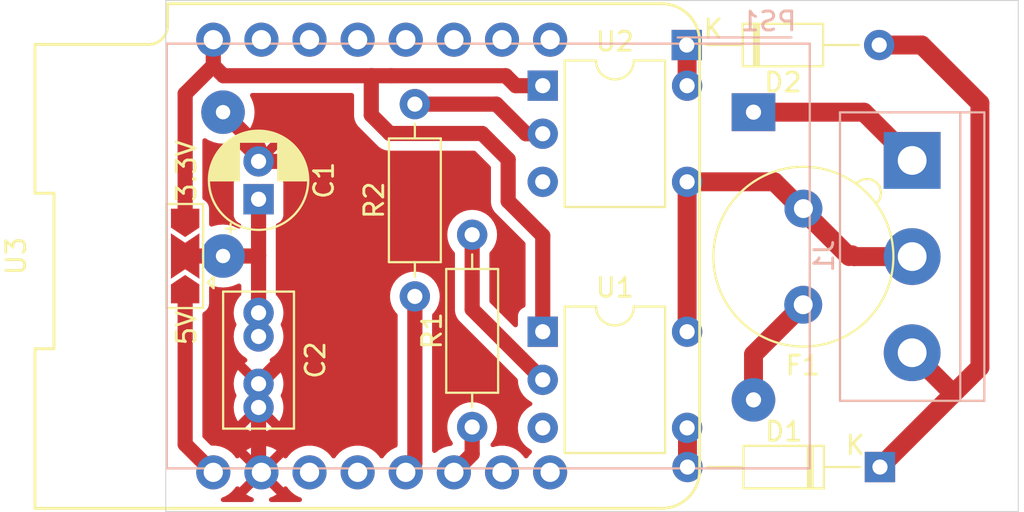
<source format=kicad_pcb>
(kicad_pcb (version 20240108) (generator "pcbnew") (generator_version "8.0")
  (title_block (date "2024-02-27"))
  (layers (0 "F.Cu" signal) (31 "B.Cu" signal) (34 "B.Paste" user) (35 "F.Paste" user) (36 "B.SilkS" user "B.Silkscreen") (37 "F.SilkS" user "F.Silkscreen") (38 "B.Mask" user) (39 "F.Mask" user) (44 "Edge.Cuts" user))
  (net 0 "")
  (net 1 "/Pilot")
  (net 2 "/Live")
  (net 3 "/Neutral")
  (net 4 "GND")
  (net 5 "+3V3")
  (net 6 "Net-(R1-Pad1)")
  (net 7 "Net-(R2-Pad1)")
  (net 8 "/O1")
  (net 9 "Net-(U1-Pad3)")
  (net 10 "Net-(U2-Pad3)")
  (net 11 "/O2")
  (net 12 "Net-(U3-Pad7)")
  (net 13 "Net-(U3-Pad6)")
  (net 14 "Net-(U3-Pad11)")
  (net 15 "Net-(U3-Pad5)")
  (net 16 "Net-(U3-Pad12)")
  (net 17 "Net-(U3-Pad4)")
  (net 18 "Net-(U3-Pad2)")
  (net 19 "Net-(U3-Pad15)")
  (net 20 "Net-(U3-Pad1)")
  (net 21 "Net-(U3-Pad16)")
  (net 22 "Net-(D1-Pad2)")
  (net 23 "Net-(D2-Pad1)")
  (net 24 "+5V")
  (net 25 "Net-(C1-Pad1)")
  (net 26 "/FLive")
  (net 27 "Net-(U3-Pad3)")
  (footprint "Resistor_THT:R_Axial_DIN0207_L6.3mm_D2.5mm_P10.16mm_Horizontal" (layer "F.Cu") (at 84.75 33.975 -90)
    (property "Reference" "R2" (at 5.075 2.15 90) (layer "F.SilkS"))
    (property "Value" "237")
    (fp_line (start 1.81 1.37) (end 8.35 1.37) (stroke (width 0.12)) (layer "F.SilkS"))
    (fp_line (start 8.35 1.37) (end 8.35 -1.37) (stroke (width 0.12)) (layer "F.SilkS"))
    (fp_line (start 1.04 0) (end 1.81 0) (stroke (width 0.12)) (layer "F.SilkS"))
    (fp_line (start 9.12 0) (end 8.35 0) (stroke (width 0.12)) (layer "F.SilkS"))
    (fp_line (start 1.81 -1.37) (end 1.81 1.37) (stroke (width 0.12)) (layer "F.SilkS"))
    (fp_line (start 8.35 -1.37) (end 1.81 -1.37) (stroke (width 0.12)) (layer "F.SilkS"))
    (pad "1" thru_hole circle (at 0 0 270) (size 1.6 1.6) (drill 0.8) (layers "*.Cu" "*.Mask") (net 7 "Net-(R2-Pad1)"))
    (pad "2" thru_hole oval (at 10.16 0 270) (size 1.6 1.6) (drill 0.8) (layers "*.Cu" "*.Mask") (net 8 "/O1"))
  )
  (footprint "Package_DIP:DIP-5-6_W7.62mm" (layer "F.Cu") (at 91.5 46)
    (property "Reference" "U1" (at 3.81 -2.33 0) (layer "F.SilkS"))
    (property "Value" "MOC3083M")
    (fp_line (start 1.16 -1.33) (end 1.16 6.41) (stroke (width 0.12)) (layer "F.SilkS"))
    (fp_line (start 1.16 6.41) (end 6.46 6.41) (stroke (width 0.12)) (layer "F.SilkS"))
    (fp_line (start 2.81 -1.33) (end 1.16 -1.33) (stroke (width 0.12)) (layer "F.SilkS"))
    (fp_line (start 6.46 -1.33) (end 4.81 -1.33) (stroke (width 0.12)) (layer "F.SilkS"))
    (fp_line (start 6.46 6.41) (end 6.46 -1.33) (stroke (width 0.12)) (layer "F.SilkS"))
    (fp_arc (start 4.81 -1.33) (mid 3.81 -0.33) (end 2.81 -1.33) (stroke (width 0.12)) (layer "F.SilkS"))
    (pad "1" thru_hole rect (at 0 0) (size 1.6 1.6) (drill 0.8) (layers "*.Cu" "*.Mask") (net 5 "+3V3"))
    (pad "2" thru_hole oval (at 0 2.54) (size 1.6 1.6) (drill 0.8) (layers "*.Cu" "*.Mask") (net 6 "Net-(R1-Pad1)"))
    (pad "3" thru_hole oval (at 0 5.08) (size 1.6 1.6) (drill 0.8) (layers "*.Cu" "*.Mask") (net 9 "Net-(U1-Pad3)"))
    (pad "4" thru_hole oval (at 7.62 5.08) (size 1.6 1.6) (drill 0.8) (layers "*.Cu" "*.Mask") (net 22 "Net-(D1-Pad2)"))
    (pad "6" thru_hole oval (at 7.62 0) (size 1.6 1.6) (drill 0.8) (layers "*.Cu" "*.Mask") (net 2 "/Live"))
  )
  (footprint "Package_DIP:DIP-5-6_W7.62mm" (layer "F.Cu") (at 91.5 33)
    (property "Reference" "U2" (at 3.81 -2.33 0) (layer "F.SilkS"))
    (property "Value" "MOC3083M")
    (fp_line (start 1.16 -1.33) (end 1.16 6.41) (stroke (width 0.12)) (layer "F.SilkS"))
    (fp_line (start 1.16 6.41) (end 6.46 6.41) (stroke (width 0.12)) (layer "F.SilkS"))
    (fp_line (start 2.81 -1.33) (end 1.16 -1.33) (stroke (width 0.12)) (layer "F.SilkS"))
    (fp_line (start 6.46 -1.33) (end 4.81 -1.33) (stroke (width 0.12)) (layer "F.SilkS"))
    (fp_line (start 6.46 6.41) (end 6.46 -1.33) (stroke (width 0.12)) (layer "F.SilkS"))
    (fp_arc (start 4.81 -1.33) (mid 3.81 -0.33) (end 2.81 -1.33) (stroke (width 0.12)) (layer "F.SilkS"))
    (pad "1" thru_hole rect (at 0 0) (size 1.6 1.6) (drill 0.8) (layers "*.Cu" "*.Mask") (net 5 "+3V3"))
    (pad "2" thru_hole oval (at 0 2.54) (size 1.6 1.6) (drill 0.8) (layers "*.Cu" "*.Mask") (net 7 "Net-(R2-Pad1)"))
    (pad "3" thru_hole oval (at 0 5.08) (size 1.6 1.6) (drill 0.8) (layers "*.Cu" "*.Mask") (net 10 "Net-(U2-Pad3)"))
    (pad "4" thru_hole oval (at 7.62 5.08) (size 1.6 1.6) (drill 0.8) (layers "*.Cu" "*.Mask") (net 2 "/Live"))
    (pad "6" thru_hole oval (at 7.62 0) (size 1.6 1.6) (drill 0.8) (layers "*.Cu" "*.Mask") (net 23 "Net-(D2-Pad1)"))
  )
  (footprint "Diode_THT:D_DO-35_SOD27_P10.16mm_Horizontal" (layer "F.Cu") (at 99.1 30.852)
    (property "Reference" "D2" (at 5.08 1.973 0) (layer "F.SilkS"))
    (property "Value" "D_Small")
    (fp_line (start 1.04 0) (end 2.96 0) (stroke (width 0.12)) (layer "F.SilkS"))
    (fp_line (start 2.96 -1.12) (end 2.96 1.12) (stroke (width 0.12)) (layer "F.SilkS"))
    (fp_line (start 2.96 1.12) (end 7.2 1.12) (stroke (width 0.12)) (layer "F.SilkS"))
    (fp_line (start 3.56 -1.12) (end 3.56 1.12) (stroke (width 0.12)) (layer "F.SilkS"))
    (fp_line (start 3.68 -1.12) (end 3.68 1.12) (stroke (width 0.12)) (layer "F.SilkS"))
    (fp_line (start 3.8 -1.12) (end 3.8 1.12) (stroke (width 0.12)) (layer "F.SilkS"))
    (fp_line (start 7.2 -1.12) (end 2.96 -1.12) (stroke (width 0.12)) (layer "F.SilkS"))
    (fp_line (start 7.2 1.12) (end 7.2 -1.12) (stroke (width 0.12)) (layer "F.SilkS"))
    (fp_line (start 9.12 0) (end 7.2 0) (stroke (width 0.12)) (layer "F.SilkS"))
    (fp_text user "K" (at 1.4 -0.852 0) (layer "F.SilkS"))
    (pad "1" thru_hole rect (at 0 0) (size 1.6 1.6) (drill 0.8) (layers "*.Cu" "*.Mask") (net 23 "Net-(D2-Pad1)"))
    (pad "2" thru_hole oval (at 10.16 0) (size 1.6 1.6) (drill 0.8) (layers "*.Cu" "*.Mask") (net 1 "/Pilot"))
  )
  (footprint "wemos-d1-mini:wemos-d1-mini-with-pin-header-and-connector" (layer "F.Cu") (at 83 42)
    (property "Reference" "U3" (at -19.3 0 90) (layer "F.SilkS"))
    (property "Value" "WeMos_D1_mini")
    (fp_line (start -18.3 -11.18) (end -18.3 -3.32) (stroke (width 0.15)) (layer "F.SilkS"))
    (fp_line (start -18.3 -11.18) (end -12.3 -11.18) (stroke (width 0.15)) (layer "F.SilkS"))
    (fp_line (start -18.3 -3.32) (end -17.3 -3.32) (stroke (width 0.15)) (layer "F.SilkS"))
    (fp_line (start -18.3 4.9) (end -18.3 13.329999) (stroke (width 0.15)) (layer "F.SilkS"))
    (fp_line (start -18.3 13.33) (end 14.78 13.33) (stroke (width 0.15)) (layer "F.SilkS"))
    (fp_line (start -17.3 -3.32) (end -17.3 4.9) (stroke (width 0.15)) (layer "F.SilkS"))
    (fp_line (start -17.3 4.9) (end -18.3 4.9) (stroke (width 0.15)) (layer "F.SilkS"))
    (fp_line (start -11.3 -13.33) (end -11.3 -13.33) (stroke (width 0.15)) (layer "F.SilkS"))
    (fp_line (start -11.3 -12.17) (end -11.3 -13.33) (stroke (width 0.15)) (layer "F.SilkS"))
    (fp_line (start 14.78 -13.33) (end -11.3 -13.33) (stroke (width 0.15)) (layer "F.SilkS"))
    (fp_line (start 16.78 11.33) (end 16.78 -11.33) (stroke (width 0.15)) (layer "F.SilkS"))
    (fp_arc (start -11.3 -12.18) (mid -11.592893 -11.472893) (end -12.3 -11.18) (stroke (width 0.15)) (layer "F.SilkS"))
    (fp_arc (start 14.78 -13.33) (mid 16.194214 -12.744214) (end 16.78 -11.33) (stroke (width 0.15)) (layer "F.SilkS"))
    (fp_arc (start 16.78 11.33) (mid 16.194214 12.744214) (end 14.78 13.33) (stroke (width 0.15)) (layer "F.SilkS"))
    (pad "1" thru_hole circle (at 8.89 -11.43) (size 1.8 1.8) (drill 1.016) (layers "*.Cu" "*.Mask") (net 20 "Net-(U3-Pad1)"))
    (pad "2" thru_hole circle (at 6.35 -11.43) (size 1.8 1.8) (drill 1.016) (layers "*.Cu" "*.Mask") (net 18 "Net-(U3-Pad2)"))
    (pad "3" thru_hole circle (at 3.81 -11.43) (size 1.8 1.8) (drill 1.016) (layers "*.Cu" "*.Mask") (net 27 "Net-(U3-Pad3)"))
    (pad "4" thru_hole circle (at 1.27 -11.43) (size 1.8 1.8) (drill 1.016) (layers "*.Cu" "*.Mask") (net 17 "Net-(U3-Pad4)"))
    (pad "5" thru_hole circle (at -1.27 -11.43) (size 1.8 1.8) (drill 1.016) (layers "*.Cu" "*.Mask") (net 15 "Net-(U3-Pad5)"))
    (pad "6" thru_hole circle (at -3.81 -11.43 90) (size 1.8 1.8) (drill 1.016) (layers "*.Cu" "*.Mask") (net 13 "Net-(U3-Pad6)"))
    (pad "7" thru_hole circle (at -6.35 -11.43) (size 1.8 1.8) (drill 1.016) (layers "*.Cu" "*.Mask") (net 12 "Net-(U3-Pad7)"))
    (pad "8" thru_hole circle (at -8.89 -11.43) (size 1.8 1.8) (drill 1.016) (layers "*.Cu" "*.Mask") (net 5 "+3V3"))
    (pad "9" thru_hole circle (at -8.89 11.43) (size 1.8 1.8) (drill 1.016) (layers "*.Cu" "*.Mask") (net 24 "+5V"))
    (pad "10" thru_hole circle (at -6.35 11.43) (size 1.8 1.8) (drill 1.016) (layers "*.Cu" "*.Mask") (net 4 "GND"))
    (pad "11" thru_hole circle (at -3.81 11.43) (size 1.8 1.8) (drill 1.016) (layers "*.Cu" "*.Mask") (net 14 "Net-(U3-Pad11)"))
    (pad "12" thru_hole circle (at -1.27 11.43) (size 1.8 1.8) (drill 1.016) (layers "*.Cu" "*.Mask") (net 16 "Net-(U3-Pad12)"))
    (pad "13" thru_hole circle (at 1.27 11.43) (size 1.8 1.8) (drill 1.016) (layers "*.Cu" "*.Mask") (net 8 "/O1"))
    (pad "14" thru_hole circle (at 3.81 11.43) (size 1.8 1.8) (drill 1.016) (layers "*.Cu" "*.Mask") (net 11 "/O2"))
    (pad "15" thru_hole circle (at 6.35 11.43) (size 1.8 1.8) (drill 1.016) (layers "*.Cu" "*.Mask") (net 19 "Net-(U3-Pad15)"))
    (pad "16" thru_hole circle (at 8.89 11.43) (size 1.8 1.8) (drill 1.016) (layers "*.Cu" "*.Mask") (net 21 "Net-(U3-Pad16)"))
  )
  (footprint "Capacitor_THT:C_Rect_L7.0mm_W3.5mm_P2.50mm_P5.00mm" (layer "F.Cu") (at 76.5 45 -90)
    (property "Reference" "C2" (at 2.5 -3 90) (layer "F.SilkS"))
    (property "Value" "100n")
    (fp_line (start -1.12 1.87) (end 6.12 1.87) (stroke (width 0.12)) (layer "F.SilkS"))
    (fp_line (start -1.12 -1.87) (end -1.12 1.87) (stroke (width 0.12)) (layer "F.SilkS"))
    (fp_line (start -1.12 -1.87) (end 6.12 -1.87) (stroke (width 0.12)) (layer "F.SilkS"))
    (fp_line (start 6.12 -1.87) (end 6.12 1.87) (stroke (width 0.12)) (layer "F.SilkS"))
    (pad "1" thru_hole circle (at 0 0 270) (size 1.6 1.6) (drill 0.8) (layers "*.Cu" "*.Mask") (net 25 "Net-(C1-Pad1)"))
    (pad "1" thru_hole circle (at 1.25 0 270) (size 1.6 1.6) (drill 0.8) (layers "*.Cu" "*.Mask") (net 25 "Net-(C1-Pad1)"))
    (pad "2" thru_hole circle (at 3.75 0 270) (size 1.6 1.6) (drill 0.8) (layers "*.Cu" "*.Mask") (net 4 "GND"))
    (pad "2" thru_hole circle (at 5 0 270) (size 1.6 1.6) (drill 0.8) (layers "*.Cu" "*.Mask") (net 4 "GND"))
  )
  (footprint "Fuse:Fuseholder_TR5_Littelfuse_No560_No460" (layer "F.Cu") (at 105.25 44.575 90)
    (property "Reference" "F1" (at -3.205 -0.02 180) (layer "F.SilkS"))
    (property "Value" "Fuse")
    (fp_line (start 6.39 2.79) (end 6.51 2.93) (stroke (width 0.12)) (layer "F.SilkS"))
    (fp_line (start 6.51 2.93) (end 6.6 3.09) (stroke (width 0.12)) (layer "F.SilkS"))
    (fp_line (start 6.6 3.09) (end 6.65 3.34) (stroke (width 0.12)) (layer "F.SilkS"))
    (fp_line (start 6.65 3.34) (end 6.62 3.6) (stroke (width 0.12)) (layer "F.SilkS"))
    (fp_line (start 6.62 3.6) (end 6.47 3.86) (stroke (width 0.12)) (layer "F.SilkS"))
    (fp_line (start 6.47 3.86) (end 6.25 4.03) (stroke (width 0.12)) (layer "F.SilkS"))
    (fp_line (start 5.49 3.99) (end 5.36 3.84) (stroke (width 0.12)) (layer "F.SilkS"))
    (fp_line (start 6.25 4.03) (end 5.96 4.11) (stroke (width 0.12)) (layer "F.SilkS"))
    (fp_line (start 5.67 4.07) (end 5.49 3.99) (stroke (width 0.12)) (layer "F.SilkS"))
    (fp_line (start 5.96 4.11) (end 5.67 4.07) (stroke (width 0.12)) (layer "F.SilkS"))
    (fp_circle (center 2.54 0.01) (end 7.29 0.01) (stroke (width 0.12)) (fill none) (layer "F.SilkS"))
    (pad "1" thru_hole circle (at 0 0 90) (size 2 2) (drill 1) (layers "*.Cu" "*.Mask") (net 26 "/FLive"))
    (pad "2" thru_hole circle (at 5.08 0.01 90) (size 2 2) (drill 1) (layers "*.Cu" "*.Mask") (net 2 "/Live"))
  )
  (footprint "Diode_THT:D_DO-35_SOD27_P10.16mm_Horizontal" (layer "F.Cu") (at 109.3 53.15 180)
    (property "Reference" "D1" (at 5.075 1.875 0) (layer "F.SilkS"))
    (property "Value" "D_Small")
    (fp_line (start 9.12 0) (end 7.2 0) (stroke (width 0.12)) (layer "F.SilkS"))
    (fp_line (start 7.2 1.12) (end 7.2 -1.12) (stroke (width 0.12)) (layer "F.SilkS"))
    (fp_line (start 7.2 -1.12) (end 2.96 -1.12) (stroke (width 0.12)) (layer "F.SilkS"))
    (fp_line (start 3.8 -1.12) (end 3.8 1.12) (stroke (width 0.12)) (layer "F.SilkS"))
    (fp_line (start 3.68 -1.12) (end 3.68 1.12) (stroke (width 0.12)) (layer "F.SilkS"))
    (fp_line (start 3.56 -1.12) (end 3.56 1.12) (stroke (width 0.12)) (layer "F.SilkS"))
    (fp_line (start 2.96 1.12) (end 7.2 1.12) (stroke (width 0.12)) (layer "F.SilkS"))
    (fp_line (start 2.96 -1.12) (end 2.96 1.12) (stroke (width 0.12)) (layer "F.SilkS"))
    (fp_line (start 1.04 0) (end 2.96 0) (stroke (width 0.12)) (layer "F.SilkS"))
    (fp_text user "K" (at 1.3 1.15 0) (layer "F.SilkS"))
    (pad "1" thru_hole rect (at 0 0 180) (size 1.6 1.6) (drill 0.8) (layers "*.Cu" "*.Mask") (net 1 "/Pilot"))
    (pad "2" thru_hole oval (at 10.16 0 180) (size 1.6 1.6) (drill 0.8) (layers "*.Cu" "*.Mask") (net 22 "Net-(D1-Pad2)"))
  )
  (footprint "Capacitor_THT:CP_Radial_D5.0mm_P2.00mm" (layer "F.Cu") (at 76.5 39 90)
    (property "Reference" "C1" (at 1 3.45 90) (layer "F.SilkS"))
    (property "Value" "47u")
    (fp_line (start 1.04 -2.58) (end 1.04 -1.04) (stroke (width 0.12)) (layer "F.SilkS"))
    (fp_line (start 1 -2.58) (end 1 -1.04) (stroke (width 0.12)) (layer "F.SilkS"))
    (fp_line (start 1.08 -2.579) (end 1.08 -1.04) (stroke (width 0.12)) (layer "F.SilkS"))
    (fp_line (start 1.12 -2.578) (end 1.12 -1.04) (stroke (width 0.12)) (layer "F.SilkS"))
    (fp_line (start 1.16 -2.576) (end 1.16 -1.04) (stroke (width 0.12)) (layer "F.SilkS"))
    (fp_line (start 1.2 -2.573) (end 1.2 -1.04) (stroke (width 0.12)) (layer "F.SilkS"))
    (fp_line (start 1.24 -2.569) (end 1.24 -1.04) (stroke (width 0.12)) (layer "F.SilkS"))
    (fp_line (start 1.28 -2.565) (end 1.28 -1.04) (stroke (width 0.12)) (layer "F.SilkS"))
    (fp_line (start 1.32 -2.561) (end 1.32 -1.04) (stroke (width 0.12)) (layer "F.SilkS"))
    (fp_line (start 1.36 -2.556) (end 1.36 -1.04) (stroke (width 0.12)) (layer "F.SilkS"))
    (fp_line (start 1.4 -2.55) (end 1.4 -1.04) (stroke (width 0.12)) (layer "F.SilkS"))
    (fp_line (start 1.44 -2.543) (end 1.44 -1.04) (stroke (width 0.12)) (layer "F.SilkS"))
    (fp_line (start 1.48 -2.536) (end 1.48 -1.04) (stroke (width 0.12)) (layer "F.SilkS"))
    (fp_line (start 1.52 -2.528) (end 1.52 -1.04) (stroke (width 0.12)) (layer "F.SilkS"))
    (fp_line (start 1.56 -2.52) (end 1.56 -1.04) (stroke (width 0.12)) (layer "F.SilkS"))
    (fp_line (start 1.6 -2.511) (end 1.6 -1.04) (stroke (width 0.12)) (layer "F.SilkS"))
    (fp_line (start 1.64 -2.501) (end 1.64 -1.04) (stroke (width 0.12)) (layer "F.SilkS"))
    (fp_line (start 1.68 -2.491) (end 1.68 -1.04) (stroke (width 0.12)) (layer "F.SilkS"))
    (fp_line (start 1.721 -2.48) (end 1.721 -1.04) (stroke (width 0.12)) (layer "F.SilkS"))
    (fp_line (start 1.761 -2.468) (end 1.761 -1.04) (stroke (width 0.12)) (layer "F.SilkS"))
    (fp_line (start 1.801 -2.455) (end 1.801 -1.04) (stroke (width 0.12)) (layer "F.SilkS"))
    (fp_line (start 1.841 -2.442) (end 1.841 -1.04) (stroke (width 0.12)) (layer "F.SilkS"))
    (fp_line (start 1.881 -2.428) (end 1.881 -1.04) (stroke (width 0.12)) (layer "F.SilkS"))
    (fp_line (start 1.921 -2.414) (end 1.921 -1.04) (stroke (width 0.12)) (layer "F.SilkS"))
    (fp_line (start 1.961 -2.398) (end 1.961 -1.04) (stroke (width 0.12)) (layer "F.SilkS"))
    (fp_line (start 2.001 -2.382) (end 2.001 -1.04) (stroke (width 0.12)) (layer "F.SilkS"))
    (fp_line (start 2.041 -2.365) (end 2.041 -1.04) (stroke (width 0.12)) (layer "F.SilkS"))
    (fp_line (start 2.081 -2.348) (end 2.081 -1.04) (stroke (width 0.12)) (layer "F.SilkS"))
    (fp_line (start 2.121 -2.329) (end 2.121 -1.04) (stroke (width 0.12)) (layer "F.SilkS"))
    (fp_line (start 2.161 -2.31) (end 2.161 -1.04) (stroke (width 0.12)) (layer "F.SilkS"))
    (fp_line (start 2.201 -2.29) (end 2.201 -1.04) (stroke (width 0.12)) (layer "F.SilkS"))
    (fp_line (start 2.241 -2.268) (end 2.241 -1.04) (stroke (width 0.12)) (layer "F.SilkS"))
    (fp_line (start 2.281 -2.247) (end 2.281 -1.04) (stroke (width 0.12)) (layer "F.SilkS"))
    (fp_line (start 2.321 -2.224) (end 2.321 -1.04) (stroke (width 0.12)) (layer "F.SilkS"))
    (fp_line (start 2.361 -2.2) (end 2.361 -1.04) (stroke (width 0.12)) (layer "F.SilkS"))
    (fp_line (start 2.401 -2.175) (end 2.401 -1.04) (stroke (width 0.12)) (layer "F.SilkS"))
    (fp_line (start 2.441 -2.149) (end 2.441 -1.04) (stroke (width 0.12)) (layer "F.SilkS"))
    (fp_line (start 2.481 -2.122) (end 2.481 -1.04) (stroke (width 0.12)) (layer "F.SilkS"))
    (fp_line (start 2.521 -2.095) (end 2.521 -1.04) (stroke (width 0.12)) (layer "F.SilkS"))
    (fp_line (start 2.561 -2.065) (end 2.561 -1.04) (stroke (width 0.12)) (layer "F.SilkS"))
    (fp_line (start 2.601 -2.035) (end 2.601 -1.04) (stroke (width 0.12)) (layer "F.SilkS"))
    (fp_line (start 2.641 -2.004) (end 2.641 -1.04) (stroke (width 0.12)) (layer "F.SilkS"))
    (fp_line (start 2.681 -1.971) (end 2.681 -1.04) (stroke (width 0.12)) (layer "F.SilkS"))
    (fp_line (start 2.721 -1.937) (end 2.721 -1.04) (stroke (width 0.12)) (layer "F.SilkS"))
    (fp_line (start 2.761 -1.901) (end 2.761 -1.04) (stroke (width 0.12)) (layer "F.SilkS"))
    (fp_line (start 2.801 -1.864) (end 2.801 -1.04) (stroke (width 0.12)) (layer "F.SilkS"))
    (fp_line (start 2.841 -1.826) (end 2.841 -1.04) (stroke (width 0.12)) (layer "F.SilkS"))
    (fp_line (start 2.881 -1.785) (end 2.881 -1.04) (stroke (width 0.12)) (layer "F.SilkS"))
    (fp_line (start 2.921 -1.743) (end 2.921 -1.04) (stroke (width 0.12)) (layer "F.SilkS"))
    (fp_line (start -1.554775 -1.725) (end -1.554775 -1.225) (stroke (width 0.12)) (layer "F.SilkS"))
    (fp_line (start 2.961 -1.699) (end 2.961 -1.04) (stroke (width 0.12)) (layer "F.SilkS"))
    (fp_line (start 3.001 -1.653) (end 3.001 -1.04) (stroke (width 0.12)) (layer "F.SilkS"))
    (fp_line (start 3.041 -1.605) (end 3.041 1.605) (stroke (width 0.12)) (layer "F.SilkS"))
    (fp_line (start 3.081 -1.554) (end 3.081 1.554) (stroke (width 0.12)) (layer "F.SilkS"))
    (fp_line (start 3.121 -1.5) (end 3.121 1.5) (stroke (width 0.12)) (layer "F.SilkS"))
    (fp_line (start -1.804775 -1.475) (end -1.304775 -1.475) (stroke (width 0.12)) (layer "F.SilkS"))
    (fp_line (start 3.161 -1.443) (end 3.161 1.443) (stroke (width 0.12)) (layer "F.SilkS"))
    (fp_line (start 3.201 -1.383) (end 3.201 1.383) (stroke (width 0.12)) (layer "F.SilkS"))
    (fp_line (start 3.241 -1.319) (end 3.241 1.319) (stroke (width 0.12)) (layer "F.SilkS"))
    (fp_line (start 3.281 -1.251) (end 3.281 1.251) (stroke (width 0.12)) (layer "F.SilkS"))
    (fp_line (start 3.321 -1.178) (end 3.321 1.178) (stroke (width 0.12)) (layer "F.SilkS"))
    (fp_line (start 3.361 -1.098) (end 3.361 1.098) (stroke (width 0.12)) (layer "F.SilkS"))
    (fp_line (start 3.401 -1.011) (end 3.401 1.011) (stroke (width 0.12)) (layer "F.SilkS"))
    (fp_line (start 3.441 -0.915) (end 3.441 0.915) (stroke (width 0.12)) (layer "F.SilkS"))
    (fp_line (start 3.481 -0.805) (end 3.481 0.805) (stroke (width 0.12)) (layer "F.SilkS"))
    (fp_line (start 3.521 -0.677) (end 3.521 0.677) (stroke (width 0.12)) (layer "F.SilkS"))
    (fp_line (start 3.561 -0.518) (end 3.561 0.518) (stroke (width 0.12)) (layer "F.SilkS"))
    (fp_line (start 3.601 -0.284) (end 3.601 0.284) (stroke (width 0.12)) (layer "F.SilkS"))
    (fp_line (start 3.001 1.04) (end 3.001 1.653) (stroke (width 0.12)) (layer "F.SilkS"))
    (fp_line (start 2.961 1.04) (end 2.961 1.699) (stroke (width 0.12)) (layer "F.SilkS"))
    (fp_line (start 2.921 1.04) (end 2.921 1.743) (stroke (width 0.12)) (layer "F.SilkS"))
    (fp_line (start 2.881 1.04) (end 2.881 1.785) (stroke (width 0.12)) (layer "F.SilkS"))
    (fp_line (start 2.841 1.04) (end 2.841 1.826) (stroke (width 0.12)) (layer "F.SilkS"))
    (fp_line (start 2.801 1.04) (end 2.801 1.864) (stroke (width 0.12)) (layer "F.SilkS"))
    (fp_line (start 2.761 1.04) (end 2.761 1.901) (stroke (width 0.12)) (layer "F.SilkS"))
    (fp_line (start 2.721 1.04) (end 2.721 1.937) (stroke (width 0.12)) (layer "F.SilkS"))
    (fp_line (start 2.681 1.04) (end 2.681 1.971) (stroke (width 0.12)) (layer "F.SilkS"))
    (fp_line (start 2.641 1.04) (end 2.641 2.004) (stroke (width 0.12)) (layer "F.SilkS"))
    (fp_line (start 2.601 1.04) (end 2.601 2.035) (stroke (width 0.12)) (layer "F.SilkS"))
    (fp_line (start 2.561 1.04) (end 2.561 2.065) (stroke (width 0.12)) (layer "F.SilkS"))
    (fp_line (start 2.521 1.04) (end 2.521 2.095) (stroke (width 0.12)) (layer "F.SilkS"))
    (fp_line (start 2.481 1.04) (end 2.481 2.122) (stroke (width 0.12)) (layer "F.SilkS"))
    (fp_line (start 2.441 1.04) (end 2.441 2.149) (stroke (width 0.12)) (layer "F.SilkS"))
    (fp_line (start 2.401 1.04) (end 2.401 2.175) (stroke (width 0.12)) (layer "F.SilkS"))
    (fp_line (start 2.361 1.04) (end 2.361 2.2) (stroke (width 0.12)) (layer "F.SilkS"))
    (fp_line (start 2.321 1.04) (end 2.321 2.224) (stroke (width 0.12)) (layer "F.SilkS"))
    (fp_line (start 2.281 1.04) (end 2.281 2.247) (stroke (width 0.12)) (layer "F.SilkS"))
    (fp_line (start 2.241 1.04) (end 2.241 2.268) (stroke (width 0.12)) (layer "F.SilkS"))
    (fp_line (start 2.201 1.04) (end 2.201 2.29) (stroke (width 0.12)) (layer "F.SilkS"))
    (fp_line (start 2.161 1.04) (end 2.161 2.31) (stroke (width 0.12)) (layer "F.SilkS"))
    (fp_line (start 2.121 1.04) (end 2.121 2.329) (stroke (width 0.12)) (layer "F.SilkS"))
    (fp_line (start 2.081 1.04) (end 2.081 2.348) (stroke (width 0.12)) (layer "F.SilkS"))
    (fp_line (start 2.041 1.04) (end 2.041 2.365) (stroke (width 0.12)) (layer "F.SilkS"))
    (fp_line (start 2.001 1.04) (end 2.001 2.382) (stroke (width 0.12)) (layer "F.SilkS"))
    (fp_line (start 1.961 1.04) (end 1.961 2.398) (stroke (width 0.12)) (layer "F.SilkS"))
    (fp_line (start 1.921 1.04) (end 1.921 2.414) (stroke (width 0.12)) (layer "F.SilkS"))
    (fp_line (start 1.881 1.04) (end 1.881 2.428) (stroke (width 0.12)) (layer "F.SilkS"))
    (fp_line (start 1.841 1.04) (end 1.841 2.442) (stroke (width 0.12)) (layer "F.SilkS"))
    (fp_line (start 1.801 1.04) (end 1.801 2.455) (stroke (width 0.12)) (layer "F.SilkS"))
    (fp_line (start 1.761 1.04) (end 1.761 2.468) (stroke (width 0.12)) (layer "F.SilkS"))
    (fp_line (start 1.721 1.04) (end 1.721 2.48) (stroke (width 0.12)) (layer "F.SilkS"))
    (fp_line (start 1.68 1.04) (end 1.68 2.491) (stroke (width 0.12)) (layer "F.SilkS"))
    (fp_line (start 1.64 1.04) (end 1.64 2.501) (stroke (width 0.12)) (layer "F.SilkS"))
    (fp_line (start 1.6 1.04) (end 1.6 2.511) (stroke (width 0.12)) (layer "F.SilkS"))
    (fp_line (start 1.56 1.04) (end 1.56 2.52) (stroke (width 0.12)) (layer "F.SilkS"))
    (fp_line (start 1.52 1.04) (end 1.52 2.528) (stroke (width 0.12)) (layer "F.SilkS"))
    (fp_line (start 1.48 1.04) (end 1.48 2.536) (stroke (width 0.12)) (layer "F.SilkS"))
    (fp_line (start 1.44 1.04) (end 1.44 2.543) (stroke (width 0.12)) (layer "F.SilkS"))
    (fp_line (start 1.4 1.04) (end 1.4 2.55) (stroke (width 0.12)) (layer "F.SilkS"))
    (fp_line (start 1.36 1.04) (end 1.36 2.556) (stroke (width 0.12)) (layer "F.SilkS"))
    (fp_line (start 1.32 1.04) (end 1.32 2.561) (stroke (width 0.12)) (layer "F.SilkS"))
    (fp_line (start 1.28 1.04) (end 1.28 2.565) (stroke (width 0.12)) (layer "F.SilkS"))
    (fp_line (start 1.24 1.04) (end 1.24 2.569) (stroke (width 0.12)) (layer "F.SilkS"))
    (fp_line (start 1.2 1.04) (end 1.2 2.573) (stroke (width 0.12)) (layer "F.SilkS"))
    (fp_line (start 1.16 1.04) (end 1.16 2.576) (stroke (width 0.12)) (layer "F.SilkS"))
    (fp_line (start 1.12 1.04) (end 1.12 2.578) (stroke (width 0.12)) (layer "F.SilkS"))
    (fp_line (start 1.08 1.04) (end 1.08 2.579) (stroke (width 0.12)) (layer "F.SilkS"))
    (fp_line (start 1.04 1.04) (end 1.04 2.58) (stroke (width 0.12)) (layer "F.SilkS"))
    (fp_line (start 1 1.04) (end 1 2.58) (stroke (width 0.12)) (layer "F.SilkS"))
    (fp_circle (center 1 0) (end 3.62 0) (stroke (width 0.12)) (fill none) (layer "F.SilkS"))
    (pad "1" thru_hole rect (at 0 0 90) (size 1.6 1.6) (drill 0.8) (layers "*.Cu" "*.Mask") (net 25 "Net-(C1-Pad1)"))
    (pad "2" thru_hole circle (at 2 0 90) (size 1.6 1.6) (drill 0.8) (layers "*.Cu" "*.Mask") (net 4 "GND"))
  )
  (footprint "Jumper:SolderJumper-3_P2.0mm_Open_TrianglePad1.0x1.5mm" (layer "F.Cu") (at 72.625 42 90)
    (property "Reference" "JP1" (hide yes))
    (property "Value" "SolderJumper_3_Open")
    (fp_line (start 2.75 -1) (end 2.75 0.95) (stroke (width 0.12)) (layer "F.SilkS"))
    (fp_line (start -2.75 -1) (end 2.75 -1) (stroke (width 0.12)) (layer "F.SilkS"))
    (fp_line (start 2.75 0.95) (end -2.75 0.95) (stroke (width 0.12)) (layer "F.SilkS"))
    (fp_line (start -2.75 0.95) (end -2.75 -1) (stroke (width 0.12)) (layer "F.SilkS"))
    (fp_line (start -1.4 1.2) (end -1.7 1.5) (stroke (width 0.12)) (layer "F.SilkS"))
    (fp_line (start -1.1 1.5) (end -1.4 1.2) (stroke (width 0.12)) (layer "F.SilkS"))
    (fp_line (start -1.7 1.5) (end -1.1 1.5) (stroke (width 0.12)) (layer "F.SilkS"))
    (pad "1" smd custom (at -2 0 90) (size 0.3 0.3) (layers "F.Cu" "F.Mask") (net 24 "+5V") (options (clearance outline) (anchor rect)) (primitives (gr_poly (pts (xy 1 0) (xy 0.5 0.75) (xy -0.5 0.75) (xy -0.5 -0.75) (xy 0.5 -0.75)) (width 0) (fill yes))))
    (pad "2" smd custom (at 0 0 90) (size 0.3 0.3) (layers "F.Cu") (net 25 "Net-(C1-Pad1)") (options (clearance outline) (anchor rect)) (primitives (gr_poly (pts (xy 0.7 0) (xy 1.2 0.75) (xy -1.2 0.75) (xy -0.7 0) (xy -1.2 -0.75) (xy 1.2 -0.75)) (width 0) (fill yes))))
    (pad "3" smd custom (at 2 0 270) (size 0.3 0.3) (layers "F.Cu" "F.Mask") (net 5 "+3V3") (options (clearance outline) (anchor rect)) (primitives (gr_poly (pts (xy 1 0) (xy 0.5 0.75) (xy -0.5 0.75) (xy -0.5 -0.75) (xy 0.5 -0.75)) (width 0) (fill yes))))
  )
  (footprint "Resistor_THT:R_Axial_DIN0207_L6.3mm_D2.5mm_P10.16mm_Horizontal" (layer "F.Cu") (at 87.775 40.875 -90)
    (property "Reference" "R1" (at 5.075 2.125 90) (layer "F.SilkS"))
    (property "Value" "237")
    (fp_line (start 1.81 1.37) (end 8.35 1.37) (stroke (width 0.12)) (layer "F.SilkS"))
    (fp_line (start 8.35 1.37) (end 8.35 -1.37) (stroke (width 0.12)) (layer "F.SilkS"))
    (fp_line (start 1.04 0) (end 1.81 0) (stroke (width 0.12)) (layer "F.SilkS"))
    (fp_line (start 9.12 0) (end 8.35 0) (stroke (width 0.12)) (layer "F.SilkS"))
    (fp_line (start 1.81 -1.37) (end 1.81 1.37) (stroke (width 0.12)) (layer "F.SilkS"))
    (fp_line (start 8.35 -1.37) (end 1.81 -1.37) (stroke (width 0.12)) (layer "F.SilkS"))
    (pad "1" thru_hole circle (at 0 0 270) (size 1.6 1.6) (drill 0.8) (layers "*.Cu" "*.Mask") (net 6 "Net-(R1-Pad1)"))
    (pad "2" thru_hole oval (at 10.16 0 270) (size 1.6 1.6) (drill 0.8) (layers "*.Cu" "*.Mask") (net 11 "/O2"))
  )
  (footprint "TerminalBlock:TerminalBlock_bornier-3_P5.08mm" (layer "B.Cu") (at 111 36.95 -90)
    (property "Reference" "J1" (at 5.05 4.65 90) (layer "B.SilkS") (effects (justify mirror)))
    (property "Value" "Screw_Terminal_01x03")
    (fp_line (start -2.54 3.81) (end -2.54 -3.81) (stroke (width 0.12)) (layer "B.SilkS"))
    (fp_line (start 12.7 3.81) (end -2.54 3.81) (stroke (width 0.12)) (layer "B.SilkS"))
    (fp_line (start 12.7 3.81) (end 12.7 -3.81) (stroke (width 0.12)) (layer "B.SilkS"))
    (fp_line (start 12.7 -2.54) (end -2.54 -2.54) (stroke (width 0.12)) (layer "B.SilkS"))
    (fp_line (start 12.7 -3.81) (end -2.54 -3.81) (stroke (width 0.12)) (layer "B.SilkS"))
    (pad "1" thru_hole rect (at 0 0 270) (size 3 3) (drill 1.52) (layers "*.Cu" "*.Mask") (net 3 "/Neutral"))
    (pad "2" thru_hole circle (at 5.08 0 270) (size 3 3) (drill 1.52) (layers "*.Cu" "*.Mask") (net 2 "/Live"))
    (pad "3" thru_hole circle (at 10.16 0 270) (size 3 3) (drill 1.52) (layers "*.Cu" "*.Mask") (net 1 "/Pilot"))
  )
  (footprint "Converter_ACDC:Converter_ACDC_MeanWell_IRM-02-xx_THT" (layer "B.Cu") (at 102.625 34.4 180)
    (property "Reference" "PS1" (at -0.8 4.8 0) (layer "B.SilkS") (effects (justify mirror)))
    (property "Value" "IRM-02-3.3")
    (fp_line (start 30.97 3.62) (end -2.97 3.62) (stroke (width 0.12)) (layer "B.SilkS"))
    (fp_line (start 30.97 -18.82) (end 30.97 3.62) (stroke (width 0.12)) (layer "B.SilkS"))
    (fp_line (start 30.97 -18.82) (end -2.97 -18.82) (stroke (width 0.12)) (layer "B.SilkS"))
    (fp_line (start 4 3.95) (end -2 3.95) (stroke (width 0.12)) (layer "B.SilkS"))
    (fp_line (start -2.97 3.62) (end -2.97 -18.82) (stroke (width 0.12)) (layer "B.SilkS"))
    (pad "1" thru_hole rect (at 0 0 180) (size 2.3 2) (drill 0.8) (layers "*.Cu" "*.Mask") (net 3 "/Neutral"))
    (pad "2" thru_hole circle (at 0 -15.2 180) (size 2.3 2.3) (drill 0.8) (layers "*.Cu" "*.Mask") (net 26 "/FLive"))
    (pad "3" thru_hole circle (at 28 0 180) (size 2.3 2.3) (drill 0.76) (layers "*.Cu" "*.Mask") (net 4 "GND"))
    (pad "4" thru_hole circle (at 28 -7.6 180) (size 2.3 2.3) (drill 0.76) (layers "*.Cu" "*.Mask") (net 25 "Net-(C1-Pad1)"))
  )
  (gr_line (start 71.6 55.5) (end 71.6 28.5) (stroke (width 0.05)) (layer "Edge.Cuts"))
  (gr_line (start 116.6 28.5) (end 71.6 28.5) (stroke (width 0.05)) (layer "Edge.Cuts"))
  (gr_line (start 116.6 28.5) (end 116.6 55.5) (stroke (width 0.05)) (layer "Edge.Cuts"))
  (gr_line (start 116.6 55.5) (end 71.6 55.5) (stroke (width 0.05)) (layer "Edge.Cuts"))
  (gr_text "3.3V" (at 72.7 37.5 90) (layer "F.SilkS") (effects (font (size 1 1))))
  (gr_text "5V\n" (at 72.7 45.8 90) (layer "F.SilkS") (effects (font (size 1 1))))
  (segment (start 114.57499 33.924988) (end 114.57499 47.87501) (width 1) (layer "F.Cu") (net 1))
  (segment (start 113.0875 49.1975) (end 113.0875 49.3625) (width 1) (layer "F.Cu") (net 1))
  (segment (start 111.502002 30.852) (end 114.57499 33.924988) (width 1) (layer "F.Cu") (net 1))
  (segment (start 109.26 30.852) (end 111.502002 30.852) (width 1) (layer "F.Cu") (net 1))
  (segment (start 111 47.11) (end 113.0875 49.1975) (width 1) (layer "F.Cu") (net 1))
  (segment (start 113.0875 49.3625) (end 109.3 53.15) (width 1) (layer "F.Cu") (net 1))
  (segment (start 114.57499 47.87501) (end 113.0875 49.3625) (width 1) (layer "F.Cu") (net 1))
  (segment (start 111 42.03) (end 107.925 42.03) (width 1) (layer "F.Cu") (net 2))
  (segment (start 99.12 38.08) (end 103.725 38.08) (width 1) (layer "F.Cu") (net 2))
  (segment (start 107.675 42.03) (end 107.58 41.935) (width 1) (layer "F.Cu") (net 2))
  (segment (start 99.12 46) (end 99.12 38.08) (width 1) (layer "F.Cu") (net 2))
  (segment (start 103.725 38.08) (end 107.58 41.935) (width 1) (layer "F.Cu") (net 2))
  (segment (start 107.925 42.03) (end 107.83 41.935) (width 1) (layer "F.Cu") (net 2))
  (segment (start 108.45 34.4) (end 102.625 34.4) (width 1) (layer "F.Cu") (net 3))
  (segment (start 111 36.95) (end 108.45 34.4) (width 1) (layer "F.Cu") (net 3))
  (segment (start 78.625 37.99363) (end 78.625 46.625) (width 0.8) (layer "F.Cu") (net 4))
  (segment (start 78.625 46.625) (end 76.5 48.75) (width 0.8) (layer "F.Cu") (net 4))
  (segment (start 76.5 36.275) (end 74.625 34.4) (width 0.8) (layer "F.Cu") (net 4))
  (segment (start 76.5 37) (end 77.63137 37) (width 0.8) (layer "F.Cu") (net 4))
  (segment (start 76.5 37) (end 76.5 36.275) (width 0.8) (layer "F.Cu") (net 4))
  (segment (start 76.5 48.75) (end 76.5 53.28) (width 0.8) (layer "F.Cu") (net 4))
  (segment (start 76.5 53.28) (end 76.65 53.43) (width 0.8) (layer "F.Cu") (net 4))
  (segment (start 77.63137 37) (end 78.625 37.99363) (width 0.8) (layer "F.Cu") (net 4))
  (segment (start 91.5 46) (end 91.5 40.925) (width 0.8) (layer "F.Cu") (net 5))
  (segment (start 88.3 35.525) (end 83.425 35.525) (width 0.8) (layer "F.Cu") (net 5))
  (segment (start 72.625 40) (end 72.625 33.425) (width 0.8) (layer "F.Cu") (net 5))
  (segment (start 91.5 40.925) (end 89.675 39.1) (width 0.8) (layer "F.Cu") (net 5))
  (segment (start 82.45 34.55) (end 82.45 32.475) (width 0.8) (layer "F.Cu") (net 5))
  (segment (start 89.55 32.475) (end 83.5 32.475) (width 0.8) (layer "F.Cu") (net 5))
  (segment (start 83.425 35.525) (end 82.45 34.55) (width 0.8) (layer "F.Cu") (net 5))
  (segment (start 74.645 32.475) (end 74.11 31.94) (width 0.8) (layer "F.Cu") (net 5))
  (segment (start 82.45 32.475) (end 74.645 32.475) (width 0.8) (layer "F.Cu") (net 5))
  (segment (start 91.5 33) (end 90.075 33) (width 0.8) (layer "F.Cu") (net 5))
  (segment (start 83.5 32.475) (end 82.45 32.475) (width 0.8) (layer "F.Cu") (net 5))
  (segment (start 89.675 36.9) (end 88.3 35.525) (width 0.8) (layer "F.Cu") (net 5))
  (segment (start 89.675 39.1) (end 89.675 36.9) (width 0.8) (layer "F.Cu") (net 5))
  (segment (start 74.11 31.94) (end 74.11 30.57) (width 0.8) (layer "F.Cu") (net 5))
  (segment (start 90.075 33) (end 89.55 32.475) (width 0.8) (layer "F.Cu") (net 5))
  (segment (start 72.625 33.425) (end 74.11 31.94) (width 0.8) (layer "F.Cu") (net 5))
  (segment (start 87.775 40.875) (end 87.775 44.815) (width 0.8) (layer "F.Cu") (net 6))
  (segment (start 87.775 44.815) (end 91.5 48.54) (width 0.8) (layer "F.Cu") (net 6))
  (segment (start 89.05 33.975) (end 90.615 35.54) (width 0.8) (layer "F.Cu") (net 7))
  (segment (start 90.615 35.54) (end 91.5 35.54) (width 0.8) (layer "F.Cu") (net 7))
  (segment (start 84.75 33.975) (end 89.05 33.975) (width 0.8) (layer "F.Cu") (net 7))
  (segment (start 84.75 44.135) (end 84.75 52.95) (width 0.8) (layer "F.Cu") (net 8))
  (segment (start 84.75 52.95) (end 84.27 53.43) (width 0.8) (layer "F.Cu") (net 8))
  (segment (start 87.775 51.035) (end 87.775 52.465) (width 0.8) (layer "F.Cu") (net 11))
  (segment (start 87.775 52.465) (end 86.81 53.43) (width 0.8) (layer "F.Cu") (net 11))
  (segment (start 99.14 51.1) (end 99.12 51.08) (width 1) (layer "F.Cu") (net 22))
  (segment (start 99.14 53.15) (end 99.14 51.1) (width 1) (layer "F.Cu") (net 22))
  (segment (start 99.12 33) (end 99.12 30.872) (width 1) (layer "F.Cu") (net 23))
  (segment (start 99.12 30.872) (end 99.1 30.852) (width 1) (layer "F.Cu") (net 23))
  (segment (start 72.625 44) (end 72.625 51.945) (width 0.8) (layer "F.Cu") (net 24))
  (segment (start 72.625 51.945) (end 74.11 53.43) (width 0.8) (layer "F.Cu") (net 24))
  (segment (start 76.5 39) (end 76.5 41.975) (width 0.8) (layer "F.Cu") (net 25))
  (segment (start 76.475 42) (end 76.5 41.975) (width 0.8) (layer "F.Cu") (net 25))
  (segment (start 74.625 42) (end 72.625 42) (width 0.8) (layer "F.Cu") (net 25))
  (segment (start 76.5 41.975) (end 76.5 46.25) (width 0.8) (layer "F.Cu") (net 25))
  (segment (start 74.625 42) (end 76.475 42) (width 0.8) (layer "F.Cu") (net 25))
  (segment (start 102.625 49.6) (end 102.625 47.2) (width 1) (layer "F.Cu") (net 26))
  (segment (start 102.625 47.2) (end 105.25 44.575) (width 1) (layer "F.Cu") (net 26))
  (zone (net 4) (net_name "GND") (layer "F.Cu") (connect_pads (clearance 0.508)) (min_thickness 0.254) (fill yes (thermal_gap 0.508) (thermal_bridge_width 0.508))
    (polygon (pts (xy 91.95 55.524167) (xy 71.6 55.5) (xy 71.6 28.5) (xy 91.95 28.475833)))
  )
)
</source>
